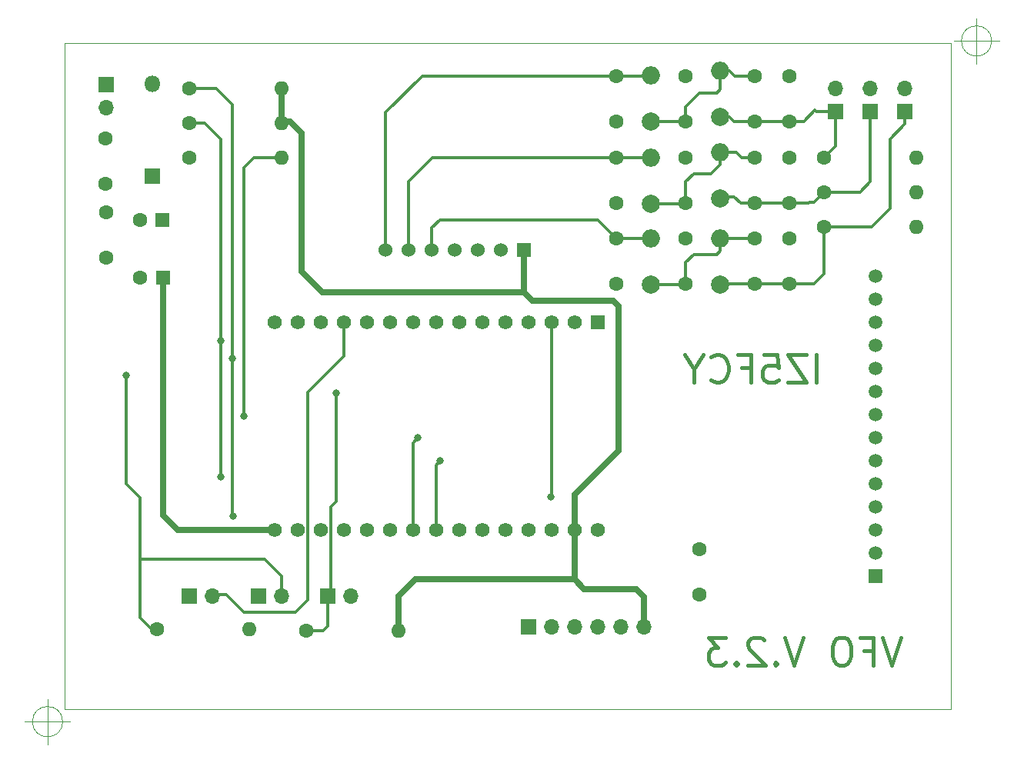
<source format=gbr>
%TF.GenerationSoftware,KiCad,Pcbnew,(6.0.5)*%
%TF.CreationDate,2023-08-26T16:02:20+02:00*%
%TF.ProjectId,IZ5 VFO V32,495a3520-5646-44f2-9056-33322e6b6963,rev?*%
%TF.SameCoordinates,Original*%
%TF.FileFunction,Copper,L2,Bot*%
%TF.FilePolarity,Positive*%
%FSLAX46Y46*%
G04 Gerber Fmt 4.6, Leading zero omitted, Abs format (unit mm)*
G04 Created by KiCad (PCBNEW (6.0.5)) date 2023-08-26 16:02:20*
%MOMM*%
%LPD*%
G01*
G04 APERTURE LIST*
%TA.AperFunction,Profile*%
%ADD10C,0.100000*%
%TD*%
%ADD11C,0.381000*%
%TA.AperFunction,NonConductor*%
%ADD12C,0.381000*%
%TD*%
%TA.AperFunction,ComponentPad*%
%ADD13C,1.600000*%
%TD*%
%TA.AperFunction,ComponentPad*%
%ADD14O,1.600000X1.600000*%
%TD*%
%TA.AperFunction,ComponentPad*%
%ADD15R,1.700000X1.700000*%
%TD*%
%TA.AperFunction,ComponentPad*%
%ADD16O,1.700000X1.700000*%
%TD*%
%TA.AperFunction,ComponentPad*%
%ADD17C,2.000000*%
%TD*%
%TA.AperFunction,ComponentPad*%
%ADD18O,2.000000X2.000000*%
%TD*%
%TA.AperFunction,ComponentPad*%
%ADD19R,1.500000X1.500000*%
%TD*%
%TA.AperFunction,ComponentPad*%
%ADD20C,1.500000*%
%TD*%
%TA.AperFunction,ComponentPad*%
%ADD21R,1.800000X1.800000*%
%TD*%
%TA.AperFunction,ComponentPad*%
%ADD22O,1.800000X1.800000*%
%TD*%
%TA.AperFunction,ComponentPad*%
%ADD23R,1.560000X1.560000*%
%TD*%
%TA.AperFunction,ComponentPad*%
%ADD24C,1.560000*%
%TD*%
%TA.AperFunction,ComponentPad*%
%ADD25R,1.600000X1.600000*%
%TD*%
%TA.AperFunction,ComponentPad*%
%ADD26R,1.524000X1.524000*%
%TD*%
%TA.AperFunction,ComponentPad*%
%ADD27C,1.524000*%
%TD*%
%TA.AperFunction,ViaPad*%
%ADD28C,0.800000*%
%TD*%
%TA.AperFunction,Conductor*%
%ADD29C,0.635000*%
%TD*%
%TA.AperFunction,Conductor*%
%ADD30C,0.304800*%
%TD*%
G04 APERTURE END LIST*
D10*
X89535000Y-61214000D02*
X187071000Y-61214000D01*
X187071000Y-61214000D02*
X187071000Y-134493000D01*
X187071000Y-134493000D02*
X89535000Y-134493000D01*
X89535000Y-134493000D02*
X89535000Y-61214000D01*
D11*
D12*
X181555571Y-126600857D02*
X180539571Y-129648857D01*
X179523571Y-126600857D01*
X177491571Y-128052285D02*
X178507571Y-128052285D01*
X178507571Y-129648857D02*
X178507571Y-126600857D01*
X177056142Y-126600857D01*
X175314428Y-126600857D02*
X174733857Y-126600857D01*
X174443571Y-126746000D01*
X174153285Y-127036285D01*
X174008142Y-127616857D01*
X174008142Y-128632857D01*
X174153285Y-129213428D01*
X174443571Y-129503714D01*
X174733857Y-129648857D01*
X175314428Y-129648857D01*
X175604714Y-129503714D01*
X175895000Y-129213428D01*
X176040142Y-128632857D01*
X176040142Y-127616857D01*
X175895000Y-127036285D01*
X175604714Y-126746000D01*
X175314428Y-126600857D01*
X170815000Y-126600857D02*
X169799000Y-129648857D01*
X168783000Y-126600857D01*
X167767000Y-129358571D02*
X167621857Y-129503714D01*
X167767000Y-129648857D01*
X167912142Y-129503714D01*
X167767000Y-129358571D01*
X167767000Y-129648857D01*
X166460714Y-126891142D02*
X166315571Y-126746000D01*
X166025285Y-126600857D01*
X165299571Y-126600857D01*
X165009285Y-126746000D01*
X164864142Y-126891142D01*
X164719000Y-127181428D01*
X164719000Y-127471714D01*
X164864142Y-127907142D01*
X166605857Y-129648857D01*
X164719000Y-129648857D01*
X163412714Y-129358571D02*
X163267571Y-129503714D01*
X163412714Y-129648857D01*
X163557857Y-129503714D01*
X163412714Y-129358571D01*
X163412714Y-129648857D01*
X162251571Y-126600857D02*
X160364714Y-126600857D01*
X161380714Y-127762000D01*
X160945285Y-127762000D01*
X160655000Y-127907142D01*
X160509857Y-128052285D01*
X160364714Y-128342571D01*
X160364714Y-129068285D01*
X160509857Y-129358571D01*
X160655000Y-129503714D01*
X160945285Y-129648857D01*
X161816142Y-129648857D01*
X162106428Y-129503714D01*
X162251571Y-129358571D01*
D11*
D12*
X172266428Y-98533857D02*
X172266428Y-95485857D01*
X171105285Y-95485857D02*
X169073285Y-95485857D01*
X171105285Y-98533857D01*
X169073285Y-98533857D01*
X166460714Y-95485857D02*
X167912142Y-95485857D01*
X168057285Y-96937285D01*
X167912142Y-96792142D01*
X167621857Y-96647000D01*
X166896142Y-96647000D01*
X166605857Y-96792142D01*
X166460714Y-96937285D01*
X166315571Y-97227571D01*
X166315571Y-97953285D01*
X166460714Y-98243571D01*
X166605857Y-98388714D01*
X166896142Y-98533857D01*
X167621857Y-98533857D01*
X167912142Y-98388714D01*
X168057285Y-98243571D01*
X163993285Y-96937285D02*
X165009285Y-96937285D01*
X165009285Y-98533857D02*
X165009285Y-95485857D01*
X163557857Y-95485857D01*
X160655000Y-98243571D02*
X160800142Y-98388714D01*
X161235571Y-98533857D01*
X161525857Y-98533857D01*
X161961285Y-98388714D01*
X162251571Y-98098428D01*
X162396714Y-97808142D01*
X162541857Y-97227571D01*
X162541857Y-96792142D01*
X162396714Y-96211571D01*
X162251571Y-95921285D01*
X161961285Y-95631000D01*
X161525857Y-95485857D01*
X161235571Y-95485857D01*
X160800142Y-95631000D01*
X160655000Y-95776142D01*
X158768142Y-97082428D02*
X158768142Y-98533857D01*
X159784142Y-95485857D02*
X158768142Y-97082428D01*
X157752142Y-95485857D01*
D10*
X191531666Y-60960000D02*
G75*
G03*
X191531666Y-60960000I-1666666J0D01*
G01*
X187365000Y-60960000D02*
X192365000Y-60960000D01*
X189865000Y-58460000D02*
X189865000Y-63460000D01*
X89296666Y-135890000D02*
G75*
G03*
X89296666Y-135890000I-1666666J0D01*
G01*
X85130000Y-135890000D02*
X90130000Y-135890000D01*
X87630000Y-133390000D02*
X87630000Y-138390000D01*
D13*
%TO.P,R10,1*%
%TO.N,3V3*%
X103251000Y-73787000D03*
D14*
%TO.P,R10,2*%
%TO.N,Net-(R10-Pad2)*%
X113411000Y-73787000D03*
%TD*%
D13*
%TO.P,RL-2,1*%
%TO.N,Net-(C3-2-Pad1)*%
X173101000Y-77597000D03*
D14*
%TO.P,RL-2,2*%
%TO.N,GND*%
X183261000Y-77597000D03*
%TD*%
D15*
%TO.P,J0,1,Pin_1*%
%TO.N,12v*%
X94106991Y-65786000D03*
D16*
%TO.P,J0,2,Pin_2*%
%TO.N,GND*%
X94106991Y-68326000D03*
%TD*%
D15*
%TO.P,J8,1,In*%
%TO.N,Net-(C3-1-Pad1)*%
X174371000Y-68707000D03*
D16*
%TO.P,J8,2,Ext*%
%TO.N,GND*%
X174371000Y-66167000D03*
%TD*%
D13*
%TO.P,C2-2,1*%
%TO.N,Net-(C2-2-Pad1)*%
X157861000Y-78827000D03*
%TO.P,C2-2,2*%
%TO.N,GND*%
X157861000Y-73827000D03*
%TD*%
D17*
%TO.P,L2-3,1,1*%
%TO.N,Net-(C3-3-Pad1)*%
X161671000Y-87757000D03*
D18*
%TO.P,L2-3,2,2*%
%TO.N,Net-(C2-3-Pad1)*%
X161671000Y-82677000D03*
%TD*%
D13*
%TO.P,C1,1*%
%TO.N,3V3*%
X159385000Y-121880000D03*
%TO.P,C1,2*%
%TO.N,GND*%
X159385000Y-116880000D03*
%TD*%
%TO.P,R5,1*%
%TO.N,Net-(U3-Pad)_1*%
X116078000Y-125857000D03*
D14*
%TO.P,R5,2*%
%TO.N,3V3*%
X126238000Y-125857000D03*
%TD*%
D13*
%TO.P,C-01,1*%
%TO.N,5V*%
X94106991Y-79796005D03*
%TO.P,C-01,2*%
%TO.N,GND*%
X94106991Y-84795995D03*
%TD*%
D19*
%TO.P,D1,1,VCC*%
%TO.N,3V3*%
X178705000Y-119890000D03*
D20*
%TO.P,D1,2,GND*%
%TO.N,GND*%
X178705000Y-117350000D03*
%TO.P,D1,3,CS*%
%TO.N,unconnected-(U3-Pad21)*%
X178705002Y-114810007D03*
%TO.P,D1,4,RESET*%
%TO.N,RESET*%
X178705000Y-112270000D03*
%TO.P,D1,5,DC*%
%TO.N,Net-(U3-Pad20)*%
X178705002Y-109730007D03*
%TO.P,D1,6,SDI(MOSI)*%
%TO.N,Net-(U3-Pad23)*%
X178705002Y-107190007D03*
%TO.P,D1,7,SCK*%
%TO.N,Net-(U3-Pad22)*%
X178705002Y-104650007D03*
%TO.P,D1,8,LED*%
%TO.N,Net-(R10-Pad2)*%
X178705000Y-102110000D03*
%TO.P,D1,9,SD0(MISO)*%
%TO.N,unconnected-(D1-Pad9)*%
X178705000Y-99570000D03*
%TO.P,D1,10,T_CLK*%
%TO.N,unconnected-(D1-Pad10)*%
X178705000Y-97030000D03*
%TO.P,D1,11,T_CS*%
%TO.N,unconnected-(D1-Pad11)*%
X178705000Y-94490000D03*
%TO.P,D1,12,T_DIN*%
%TO.N,unconnected-(D1-Pad12)*%
X178705000Y-91950000D03*
%TO.P,D1,13,T_D0*%
%TO.N,unconnected-(D1-Pad13)*%
X178705000Y-89410000D03*
%TO.P,D1,14,T_IRQ*%
%TO.N,unconnected-(D1-Pad14)*%
X178705000Y-86870000D03*
%TD*%
D17*
%TO.P,L2-2,1,1*%
%TO.N,Net-(C3-2-Pad1)*%
X161671000Y-78327000D03*
D18*
%TO.P,L2-2,2,2*%
%TO.N,Net-(C2-2-Pad1)*%
X161671000Y-73247000D03*
%TD*%
D17*
%TO.P,L1-1,1,1*%
%TO.N,Net-(C2-1-Pad1)*%
X154051000Y-69837000D03*
D18*
%TO.P,L1-1,2,2*%
%TO.N,Net-(C1-1-Pad1)*%
X154051000Y-64757000D03*
%TD*%
D13*
%TO.P,C2-3,1*%
%TO.N,Net-(C2-3-Pad1)*%
X157861000Y-87717000D03*
%TO.P,C2-3,2*%
%TO.N,GND*%
X157861000Y-82717000D03*
%TD*%
D17*
%TO.P,L1-2,1,1*%
%TO.N,Net-(C2-2-Pad1)*%
X154051000Y-78867000D03*
D18*
%TO.P,L1-2,2,2*%
%TO.N,Net-(C1-2-Pad1)*%
X154051000Y-73787000D03*
%TD*%
D15*
%TO.P,J2,1,Pin_1*%
%TO.N,GND*%
X110871000Y-122047000D03*
D16*
%TO.P,J2,2,Pin_2*%
%TO.N,N/C*%
X113411000Y-122047000D03*
%TD*%
D13*
%TO.P,R8,1*%
%TO.N,Net-(J2-Pad2)*%
X99695000Y-125730000D03*
D14*
%TO.P,R8,2*%
%TO.N,3V3*%
X109855000Y-125730000D03*
%TD*%
D13*
%TO.P,R4,1*%
%TO.N,FREQ_ENCDR_B*%
X103251000Y-69977000D03*
D14*
%TO.P,R4,2*%
%TO.N,3V3*%
X113411000Y-69977000D03*
%TD*%
D13*
%TO.P,C4-3,1*%
%TO.N,Net-(C3-3-Pad1)*%
X169291000Y-87717000D03*
%TO.P,C4-3,2*%
%TO.N,GND*%
X169291000Y-82717000D03*
%TD*%
D21*
%TO.P,D1,1*%
%TO.N,12v0*%
X99186991Y-75819000D03*
D22*
%TO.P,D1,2*%
%TO.N,12v*%
X99186991Y-65659000D03*
%TD*%
D15*
%TO.P,j02,1*%
%TO.N,FREQ_ENCDR_A*%
X140589000Y-125476000D03*
D16*
%TO.P,j02,2*%
%TO.N,FREQ_ENCDR_B*%
X143129000Y-125476000D03*
%TO.P,j02,3*%
%TO.N,N/C*%
X145669000Y-125476000D03*
%TO.P,j02,4*%
%TO.N,GND*%
X148209000Y-125476000D03*
%TO.P,j02,5*%
%TO.N,N/C*%
X150749000Y-125476000D03*
%TO.P,j02,6*%
%TO.N,3V3*%
X153289000Y-125476000D03*
%TD*%
D13*
%TO.P,C1-3,1*%
%TO.N,Net-(C1-3-Pad1)*%
X150241000Y-82717000D03*
%TO.P,C1-3,2*%
%TO.N,GND*%
X150241000Y-87717000D03*
%TD*%
%TO.P,C3-1,1*%
%TO.N,Net-(C3-1-Pad1)*%
X165481000Y-69837000D03*
%TO.P,C3-1,2*%
%TO.N,Net-(C2-1-Pad1)*%
X165481000Y-64837000D03*
%TD*%
D15*
%TO.P,J6,1,Pin_1*%
%TO.N,Net-(U3-Pad)_1*%
X118491000Y-122047000D03*
D16*
%TO.P,J6,2,Pin_2*%
%TO.N,GND*%
X121031000Y-122047000D03*
%TD*%
D13*
%TO.P,RL-3,1*%
%TO.N,Net-(C3-3-Pad1)*%
X173101000Y-81407000D03*
D14*
%TO.P,RL-3,2*%
%TO.N,GND*%
X183261000Y-81407000D03*
%TD*%
D23*
%TO.P,U3,1*%
%TO.N,Net-(U3-Pad)_1*%
X148146000Y-91900250D03*
D24*
%TO.P,U3,2,GPI02*%
%TO.N,Net-(U3-Pad2)*%
X145606000Y-91900250D03*
%TO.P,U3,3*%
%TO.N,RESET*%
X143066000Y-91900250D03*
%TO.P,U3,4,GPI04*%
%TO.N,Net-(J2-Pad2)*%
X140526000Y-91900250D03*
%TO.P,U3,5,GPI05*%
%TO.N,Net-(U3-Pad5)*%
X137986000Y-91900250D03*
%TO.P,U3,6*%
%TO.N,N/C*%
X135446000Y-91900250D03*
%TO.P,U3,7*%
X132906000Y-91900250D03*
%TO.P,U3,8*%
X130366000Y-91900250D03*
%TO.P,U3,9*%
%TO.N,Net-(u3-Pad9)*%
X127826000Y-91900250D03*
%TO.P,U3,10*%
%TO.N,Net-(U3-Pad10)*%
X125286000Y-91900250D03*
%TO.P,U3,11*%
%TO.N,N/C*%
X122746000Y-91900250D03*
%TO.P,U3,12,GPI012*%
%TO.N,XMIT_PIN*%
X120206000Y-91900250D03*
%TO.P,U3,13,GPI013*%
%TO.N,FREQ_ENCDR_A*%
X117666000Y-91900250D03*
%TO.P,U3,14,GPI014*%
%TO.N,FREQ_ENCDR_B*%
X115126000Y-91900250D03*
%TO.P,U3,15,GPI015*%
%TO.N,GND*%
X112586000Y-91900250D03*
%TO.P,U3,16,GND*%
%TO.N,5V*%
X112586000Y-114760250D03*
%TO.P,U3,17,5V*%
%TO.N,unconnected-(U3-Pad17)*%
X115126000Y-114760250D03*
%TO.P,U3,18,GPI18*%
%TO.N,Net-(U3-Pad18)*%
X117666000Y-114760250D03*
%TO.P,U3,19,GPI019*%
%TO.N,unconnected-(U3-Pad19)*%
X120206000Y-114760250D03*
%TO.P,U3,20*%
%TO.N,Net-(U3-Pad20)*%
X122746000Y-114760250D03*
%TO.P,U3,21,SDA*%
%TO.N,unconnected-(U3-Pad21)*%
X125286000Y-114760250D03*
%TO.P,U3,22,SCL*%
%TO.N,Net-(U3-Pad22)*%
X127826000Y-114760250D03*
%TO.P,U3,23,GPI023*%
%TO.N,Net-(U3-Pad23)*%
X130366000Y-114760250D03*
%TO.P,U3,24*%
%TO.N,N/C*%
X132906000Y-114760250D03*
%TO.P,U3,25,GOI025*%
%TO.N,unconnected-(U3-Pad25)*%
X135446000Y-114760250D03*
%TO.P,U3,26,GPI026*%
%TO.N,N/C*%
X137986000Y-114760250D03*
%TO.P,U3,27,GPI027*%
X140526000Y-114760250D03*
%TO.P,U3,28*%
X143066000Y-114760250D03*
%TO.P,U3,29*%
%TO.N,3V3*%
X145606000Y-114760250D03*
%TO.P,U3,30*%
%TO.N,GND*%
X148146000Y-114760250D03*
%TD*%
D13*
%TO.P,C3-2,1*%
%TO.N,Net-(C3-2-Pad1)*%
X165481000Y-78827000D03*
%TO.P,C3-2,2*%
%TO.N,Net-(C2-2-Pad1)*%
X165481000Y-73827000D03*
%TD*%
D17*
%TO.P,L2-1,1,1*%
%TO.N,Net-(C3-1-Pad1)*%
X161671000Y-69337000D03*
D18*
%TO.P,L2-1,2,2*%
%TO.N,Net-(C2-1-Pad1)*%
X161671000Y-64257000D03*
%TD*%
D13*
%TO.P,C1-2,1*%
%TO.N,Net-(C1-2-Pad1)*%
X150241000Y-73827000D03*
%TO.P,C1-2,2*%
%TO.N,GND*%
X150241000Y-78827000D03*
%TD*%
D15*
%TO.P,J3,1,Pin_1*%
%TO.N,GND*%
X103251000Y-122047000D03*
D16*
%TO.P,J3,2,Pin_2*%
%TO.N,XMIT_PIN*%
X105791000Y-122047000D03*
%TD*%
D13*
%TO.P,RL-1,1*%
%TO.N,Net-(C3-1-Pad1)*%
X173101000Y-73787000D03*
D14*
%TO.P,RL-1,2*%
%TO.N,GND*%
X183261000Y-73787000D03*
%TD*%
D25*
%TO.P,C02,1*%
%TO.N,5V*%
X100330000Y-86995000D03*
D13*
%TO.P,C02,2*%
%TO.N,GND*%
X97830005Y-86995000D03*
%TD*%
%TO.P,C3-3,1*%
%TO.N,Net-(C3-3-Pad1)*%
X165481000Y-87717000D03*
%TO.P,C3-3,2*%
%TO.N,Net-(C2-3-Pad1)*%
X165481000Y-82717000D03*
%TD*%
%TO.P,C1-1,1*%
%TO.N,Net-(C1-1-Pad1)*%
X150241000Y-64797000D03*
%TO.P,C1-1,2*%
%TO.N,GND*%
X150241000Y-69797000D03*
%TD*%
D15*
%TO.P,J9,1,In*%
%TO.N,Net-(C3-2-Pad1)*%
X178181000Y-68707000D03*
D16*
%TO.P,J9,2,Ext*%
%TO.N,GND*%
X178181000Y-66167000D03*
%TD*%
D13*
%TO.P,C4-2,1*%
%TO.N,Net-(C3-2-Pad1)*%
X169291000Y-78787000D03*
%TO.P,C4-2,2*%
%TO.N,GND*%
X169291000Y-73787000D03*
%TD*%
D15*
%TO.P,J10,1,In*%
%TO.N,Net-(C3-3-Pad1)*%
X181991000Y-68707000D03*
D16*
%TO.P,J10,2,Ext*%
%TO.N,GND*%
X181991000Y-66167000D03*
%TD*%
D17*
%TO.P,L1-3,1,1*%
%TO.N,Net-(C2-3-Pad1)*%
X154051000Y-87757000D03*
D18*
%TO.P,L1-3,2,2*%
%TO.N,Net-(C1-3-Pad1)*%
X154051000Y-82677000D03*
%TD*%
D13*
%TO.P,R3,1*%
%TO.N,FREQ_ENCDR_A*%
X103251000Y-66167000D03*
D14*
%TO.P,R3,2*%
%TO.N,3V3*%
X113411000Y-66167000D03*
%TD*%
D13*
%TO.P,C4-1,1*%
%TO.N,Net-(C3-1-Pad1)*%
X169291000Y-69797000D03*
%TO.P,C4-1,2*%
%TO.N,GND*%
X169291000Y-64797000D03*
%TD*%
%TO.P,C2-1,1*%
%TO.N,Net-(C2-1-Pad1)*%
X157861000Y-69837000D03*
%TO.P,C2-1,2*%
%TO.N,GND*%
X157861000Y-64837000D03*
%TD*%
%TO.P,C01,1*%
%TO.N,12v0*%
X93979991Y-71668000D03*
%TO.P,C01,2*%
%TO.N,GND*%
X93979991Y-76667990D03*
%TD*%
D25*
%TO.P,C00,1*%
%TO.N,12v0*%
X100265113Y-80645000D03*
D13*
%TO.P,C00,2*%
%TO.N,GND*%
X97765118Y-80645000D03*
%TD*%
D26*
%TO.P,U1,1,0*%
%TO.N,3V3*%
X140081000Y-83947000D03*
D27*
%TO.P,U1,2,1*%
%TO.N,GND*%
X137541000Y-83947000D03*
%TO.P,U1,3,2*%
%TO.N,Net-(u3-Pad9)*%
X135001000Y-83947000D03*
%TO.P,U1,4,SCL*%
%TO.N,Net-(U3-Pad10)*%
X132461000Y-83947000D03*
%TO.P,U1,5,SDA*%
%TO.N,Net-(C1-3-Pad1)*%
X129921000Y-83947000D03*
%TO.P,U1,6,GND*%
%TO.N,Net-(C1-2-Pad1)*%
X127381000Y-83947000D03*
%TO.P,U1,7,VCC*%
%TO.N,Net-(C1-1-Pad1)*%
X124841000Y-83947000D03*
%TD*%
D28*
%TO.N,FREQ_ENCDR_B*%
X106680000Y-93980000D03*
X106680000Y-108966000D03*
%TO.N,FREQ_ENCDR_A*%
X108077000Y-113284000D03*
X107950000Y-95885000D03*
%TO.N,Net-(U3-Pad)_1*%
X119380000Y-99695000D03*
%TO.N,Net-(U3-Pad23)*%
X130810000Y-107190007D03*
%TO.N,Net-(R10-Pad2)*%
X109220000Y-102235000D03*
%TO.N,Net-(J2-Pad2)*%
X96266000Y-97790000D03*
%TO.N,RESET*%
X143000000Y-111125000D03*
%TO.N,Net-(U3-Pad22)*%
X128394993Y-104650007D03*
%TD*%
D29*
%TO.N,3V3*%
X128079000Y-120206000D02*
X126238000Y-122047000D01*
X140970000Y-89535000D02*
X149860000Y-89535000D01*
X140081000Y-88646000D02*
X117856000Y-88646000D01*
X150495000Y-106045000D02*
X145606000Y-110934000D01*
X152400000Y-121285000D02*
X153289000Y-122174000D01*
X150495000Y-90170000D02*
X150495000Y-106045000D01*
X149860000Y-89535000D02*
X150495000Y-90170000D01*
X113411000Y-66167000D02*
X113411000Y-69977000D01*
X145606000Y-110934000D02*
X145606000Y-117300250D01*
X126238000Y-122047000D02*
X126238000Y-125857000D01*
X145606000Y-120206000D02*
X146685000Y-121285000D01*
X117856000Y-88646000D02*
X115570000Y-86360000D01*
X114300000Y-69850000D02*
X113538000Y-69850000D01*
X146685000Y-121285000D02*
X152400000Y-121285000D01*
X145606000Y-120206000D02*
X128079000Y-120206000D01*
X115570000Y-71120000D02*
X114300000Y-69850000D01*
X140081000Y-88646000D02*
X140970000Y-89535000D01*
X153289000Y-122174000D02*
X153289000Y-125476000D01*
X145606000Y-117300250D02*
X145606000Y-120206000D01*
X115570000Y-86360000D02*
X115570000Y-71120000D01*
X113538000Y-69850000D02*
X113411000Y-69977000D01*
X140081000Y-83947000D02*
X140081000Y-88646000D01*
D30*
%TO.N,Net-(C1-1-Pad1)*%
X150241000Y-64797000D02*
X154011000Y-64797000D01*
X154011000Y-64797000D02*
X154051000Y-64757000D01*
X124841000Y-68834000D02*
X124841000Y-83947000D01*
X128878000Y-64797000D02*
X124841000Y-68834000D01*
X150241000Y-64797000D02*
X128878000Y-64797000D01*
%TO.N,Net-(C1-2-Pad1)*%
X127381000Y-76454000D02*
X127381000Y-83947000D01*
X130008000Y-73827000D02*
X127381000Y-76454000D01*
X154011000Y-73827000D02*
X154051000Y-73787000D01*
X150241000Y-73827000D02*
X154011000Y-73827000D01*
X150241000Y-73827000D02*
X130008000Y-73827000D01*
%TO.N,Net-(C1-3-Pad1)*%
X130810000Y-80645000D02*
X129921000Y-81534000D01*
X129921000Y-81534000D02*
X129921000Y-83947000D01*
X150241000Y-82717000D02*
X154011000Y-82717000D01*
X148169000Y-80645000D02*
X130810000Y-80645000D01*
X150241000Y-82717000D02*
X148169000Y-80645000D01*
X154011000Y-82717000D02*
X154051000Y-82677000D01*
%TO.N,Net-(C2-1-Pad1)*%
X161671000Y-66294000D02*
X161671000Y-64257000D01*
X161671000Y-64257000D02*
X162682000Y-64257000D01*
X163262000Y-64837000D02*
X165481000Y-64837000D01*
X162682000Y-64257000D02*
X163262000Y-64837000D01*
X161290000Y-66675000D02*
X161671000Y-66294000D01*
X157861000Y-68199000D02*
X159385000Y-66675000D01*
X159385000Y-66675000D02*
X161290000Y-66675000D01*
X154051000Y-69837000D02*
X157861000Y-69837000D01*
X157861000Y-69837000D02*
X157861000Y-68199000D01*
%TO.N,Net-(C2-2-Pad1)*%
X163997000Y-73827000D02*
X165481000Y-73827000D01*
X161671000Y-73247000D02*
X163417000Y-73247000D01*
X161671000Y-74549000D02*
X161671000Y-73247000D01*
X157861000Y-78827000D02*
X157861000Y-76454000D01*
X158750000Y-75565000D02*
X160655000Y-75565000D01*
X154051000Y-78867000D02*
X157821000Y-78867000D01*
X157821000Y-78867000D02*
X157861000Y-78827000D01*
X163417000Y-73247000D02*
X163997000Y-73827000D01*
X160655000Y-75565000D02*
X161671000Y-74549000D01*
X157861000Y-76454000D02*
X158750000Y-75565000D01*
%TO.N,Net-(C2-3-Pad1)*%
X157821000Y-87757000D02*
X157861000Y-87717000D01*
X165441000Y-82677000D02*
X165481000Y-82717000D01*
X157861000Y-85344000D02*
X158750000Y-84455000D01*
X157861000Y-87717000D02*
X157861000Y-85344000D01*
X161671000Y-84074000D02*
X161671000Y-82677000D01*
X161290000Y-84455000D02*
X161671000Y-84074000D01*
X154051000Y-87757000D02*
X157821000Y-87757000D01*
X158750000Y-84455000D02*
X161290000Y-84455000D01*
X161671000Y-82677000D02*
X165441000Y-82677000D01*
%TO.N,Net-(C3-1-Pad1)*%
X170868000Y-69797000D02*
X172085000Y-68580000D01*
X163208000Y-69837000D02*
X165481000Y-69837000D01*
X165481000Y-69837000D02*
X169251000Y-69837000D01*
X161671000Y-69337000D02*
X162682000Y-69337000D01*
X163195000Y-69850000D02*
X163208000Y-69837000D01*
X172212000Y-68707000D02*
X174371000Y-68707000D01*
X172085000Y-68580000D02*
X172212000Y-68707000D01*
X162682000Y-69337000D02*
X163195000Y-69850000D01*
X174371000Y-72517000D02*
X173101000Y-73787000D01*
X174371000Y-68707000D02*
X174371000Y-72517000D01*
X169251000Y-69837000D02*
X169291000Y-69797000D01*
X169291000Y-69797000D02*
X170868000Y-69797000D01*
%TO.N,Net-(C3-2-Pad1)*%
X163195000Y-78105000D02*
X161893000Y-78105000D01*
X178181000Y-68707000D02*
X178181000Y-76454000D01*
X178181000Y-76454000D02*
X177038000Y-77597000D01*
X171450000Y-78740000D02*
X171403000Y-78787000D01*
X169291000Y-78787000D02*
X165521000Y-78787000D01*
X173101000Y-77597000D02*
X171958000Y-78740000D01*
X171958000Y-78740000D02*
X171450000Y-78740000D01*
X163917000Y-78827000D02*
X163195000Y-78105000D01*
X171403000Y-78787000D02*
X169291000Y-78787000D01*
X165481000Y-78827000D02*
X163917000Y-78827000D01*
X165521000Y-78787000D02*
X165481000Y-78827000D01*
X161893000Y-78105000D02*
X161671000Y-78327000D01*
X177038000Y-77597000D02*
X173101000Y-77597000D01*
%TO.N,Net-(C3-3-Pad1)*%
X165481000Y-87717000D02*
X161711000Y-87717000D01*
X169291000Y-87717000D02*
X165481000Y-87717000D01*
X161711000Y-87717000D02*
X161671000Y-87757000D01*
X178308000Y-81407000D02*
X173101000Y-81407000D01*
X181991000Y-68707000D02*
X181991000Y-70104000D01*
X171998000Y-87717000D02*
X169291000Y-87717000D01*
X173101000Y-86614000D02*
X171998000Y-87717000D01*
X181991000Y-70104000D02*
X180340000Y-71755000D01*
X180340000Y-71755000D02*
X180340000Y-79375000D01*
X173101000Y-81407000D02*
X173101000Y-86614000D01*
X180340000Y-79375000D02*
X178308000Y-81407000D01*
%TO.N,FREQ_ENCDR_B*%
X104902000Y-69977000D02*
X106680000Y-71755000D01*
X106680000Y-93980000D02*
X106680000Y-108966000D01*
X103251000Y-69977000D02*
X104902000Y-69977000D01*
X106680000Y-71755000D02*
X106680000Y-93980000D01*
%TO.N,FREQ_ENCDR_A*%
X107950000Y-113157000D02*
X108077000Y-113284000D01*
X106172000Y-66167000D02*
X107950000Y-67945000D01*
X107950000Y-95885000D02*
X107950000Y-113157000D01*
X103251000Y-66167000D02*
X106172000Y-66167000D01*
X107950000Y-67945000D02*
X107950000Y-95885000D01*
%TO.N,XMIT_PIN*%
X116257911Y-99642089D02*
X116257911Y-122502089D01*
X114935000Y-123825000D02*
X109220000Y-123825000D01*
X116257911Y-122502089D02*
X114935000Y-123825000D01*
X109220000Y-123825000D02*
X107315000Y-121920000D01*
X120206008Y-91900248D02*
X120206008Y-95693992D01*
X107315000Y-121920000D02*
X105918000Y-121920000D01*
X105918000Y-121920000D02*
X105791000Y-122047000D01*
X120206008Y-95693992D02*
X116257911Y-99642089D01*
%TO.N,Net-(U3-Pad)_1*%
X117983000Y-125857000D02*
X116078000Y-125857000D01*
X119380000Y-99695000D02*
X119380000Y-111633000D01*
X118491000Y-122047000D02*
X118491000Y-125349000D01*
X118491000Y-125349000D02*
X117983000Y-125857000D01*
X118797911Y-121740089D02*
X118491000Y-122047000D01*
X118797911Y-112215089D02*
X118797911Y-121740089D01*
X119380000Y-111633000D02*
X118797911Y-112215089D01*
%TO.N,Net-(U3-Pad23)*%
X130810000Y-107190007D02*
X130366000Y-107634007D01*
X130366000Y-114760250D02*
X130366008Y-114760258D01*
X130366000Y-107634007D02*
X130366000Y-114760250D01*
%TO.N,Net-(R10-Pad2)*%
X109220000Y-74930000D02*
X110363000Y-73787000D01*
X109220000Y-102235000D02*
X109220000Y-74930000D01*
X110363000Y-73787000D02*
X113411000Y-73787000D01*
%TO.N,Net-(J2-Pad2)*%
X96266000Y-97790000D02*
X96266000Y-109728000D01*
X111557911Y-118034911D02*
X113411000Y-119888000D01*
X97865089Y-118034911D02*
X111557911Y-118034911D01*
X99695000Y-125730000D02*
X99060000Y-125730000D01*
X97790000Y-111252000D02*
X97790000Y-118110000D01*
X97790000Y-124460000D02*
X97790000Y-118110000D01*
X96266000Y-109728000D02*
X97790000Y-111252000D01*
X113411000Y-119888000D02*
X113411000Y-122047000D01*
X97790000Y-118110000D02*
X97865089Y-118034911D01*
X99060000Y-125730000D02*
X97790000Y-124460000D01*
D29*
%TO.N,5V*%
X100330000Y-113157000D02*
X101981000Y-114808000D01*
X112538250Y-114808000D02*
X112586000Y-114760250D01*
X100330000Y-86995000D02*
X100330000Y-113157000D01*
X101981000Y-114808000D02*
X112538250Y-114808000D01*
D30*
%TO.N,RESET*%
X143066000Y-111059000D02*
X143066000Y-91900250D01*
X143000000Y-111125000D02*
X143066000Y-111059000D01*
%TO.N,Net-(U3-Pad20)*%
X122746008Y-114760242D02*
X122746000Y-114760250D01*
%TO.N,Net-(U3-Pad22)*%
X128394993Y-104650007D02*
X127826000Y-105219000D01*
X127826000Y-105219000D02*
X127826000Y-114760250D01*
%TD*%
M02*

</source>
